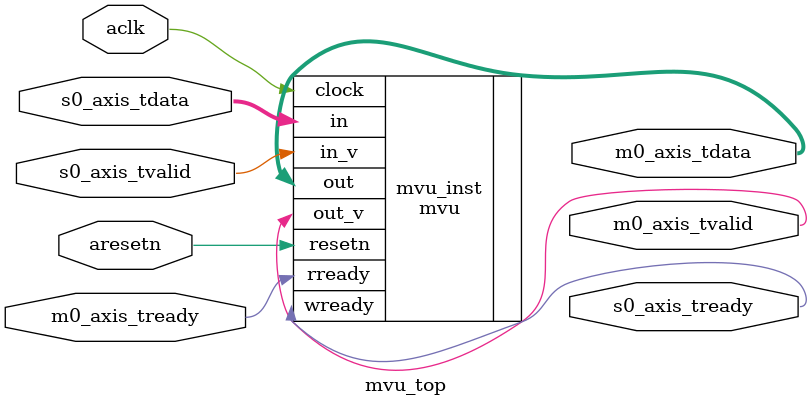
<source format=v>

`timescale 1ns/1ns
 
module mvu_top #(
    parameter   KDim=2, // Kernel dimensions
    parameter   IFMCh=4,// Input feature map channels
    parameter   OFMCh=4,// Output feature map channels or the number of filter banks
    parameter   SIMD=2, // Number of input columns computed in parallel
    parameter   PE=2, // Number of output rows computed in parallel
    parameter   TSrcI=8, // DataType of the input activation (as used in the MAC)
    parameter   TW=1, // Word length of individual weights
    parameter   TDstI=16, // DataType of the output activation (as generated by the activation) 
    parameter   OP_SGN=0, // Enumerated values showing signedness/unsignedness of input activation/weights
    parameter   TI = SIMD*TSrcI,
    parameter   TO = PE*TDstI
) (    
    input           aresetn, // active low synchronous reset
    input           aclk, // main clock
    // Axis Stream interface
    input [TI-1:0]  s0_axis_tdata, // input stream
    input           s0_axis_tvalid, // input valid
    output          s0_axis_tready, // input ready
    output          m0_axis_tvalid, // output valid
    output [TO-1:0] m0_axis_tdata, // output stream
    input           m0_axis_tready // output ready
);
 
mvu #(
    .KDim    (KDim      ), 
    .IFMCh   (IFMCh     ), 
    .OFMCh   (OFMCh     ), 
    .SIMD    (SIMD      ), 
    .PE      (PE        ), 
    .TSrcI   (TSrcI     ), 
    .TW      (TW        ), 
    .TDstI   (TDstI     ), 
    .OP_SGN  (OP_SGN    )
) mvu_inst(
    .resetn(aresetn),
    .clock(aclk),
    .rready(m0_axis_tready),
    .wready(s0_axis_tready),
    .in(s0_axis_tdata),
    .in_v(s0_axis_tvalid),
    .out_v(m0_axis_tvalid),
    .out(m0_axis_tdata)
);
      
endmodule // mvu_top

</source>
